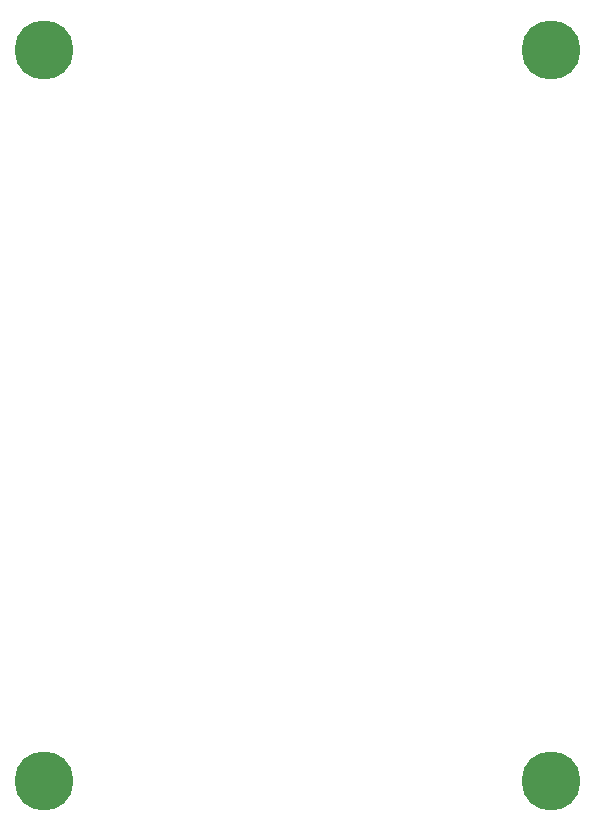
<source format=gbl>
G04 Layer: BottomLayer*
G04 EasyEDA v6.5.29, 2023-07-16 15:11:24*
G04 5560f084906b45179d65adef9f10eb2a,5a6b42c53f6a479593ecc07194224c93,10*
G04 Gerber Generator version 0.2*
G04 Scale: 100 percent, Rotated: No, Reflected: No *
G04 Dimensions in millimeters *
G04 leading zeros omitted , absolute positions ,4 integer and 5 decimal *
%FSLAX45Y45*%
%MOMM*%

%ADD10C,5.0000*%

%LPD*%
D10*
G01*
X5285206Y9543313D03*
G01*
X990600Y9543313D03*
G01*
X5285206Y3352800D03*
G01*
X990600Y3352800D03*
M02*

</source>
